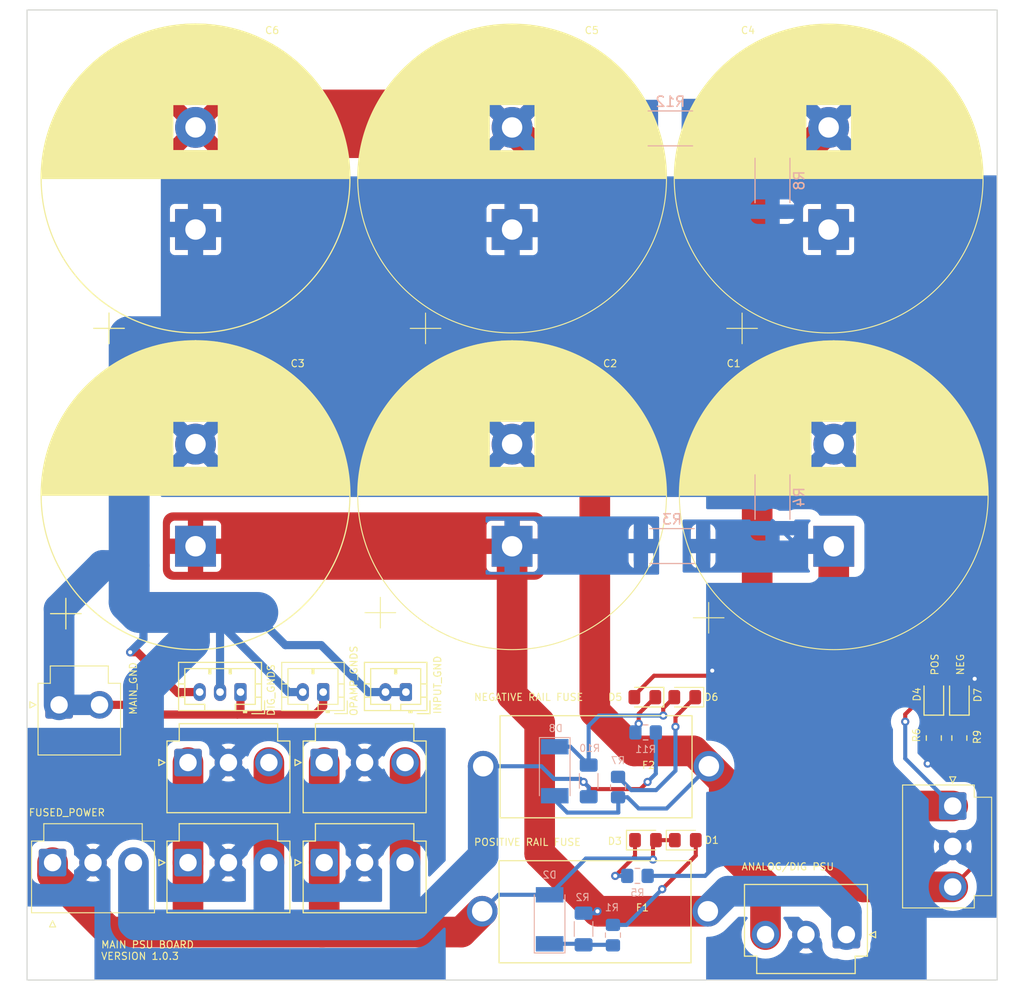
<source format=kicad_pcb>
(kicad_pcb (version 20221018) (generator pcbnew)
  (layers (0 "F.Cu" signal) (31 "B.Cu" signal) (34 "B.Paste" user) (35 "F.Paste" user) (36 "B.SilkS" user "B.Silkscreen") (37 "F.SilkS" user "F.Silkscreen") (38 "B.Mask" user) (39 "F.Mask" user) (44 "Edge.Cuts" user))
  (net 0 "")
  (net 1 "PGND")
  (net 2 "Net-(D1-Pad2)")
  (net 3 "Net-(D2-Pad1)")
  (net 4 "Net-(D3-Pad1)")
  (net 5 "Net-(D4-Pad1)")
  (net 6 "Net-(D5-Pad1)")
  (net 7 "VP1")
  (net 8 "VM1")
  (net 9 "VPOUT")
  (net 10 "VMOUT")
  (net 11 "Net-(D6-Pad2)")
  (net 12 "VPEXT")
  (net 13 "VMEXT")
  (net 14 "Net-(D7-Pad1)")
  (net 15 "Net-(D6-Pad1)")
  (footprint "Capacitor_THT:CP_Radial_D30.0mm_P10.00mm_SnapIn" (layer "F.Cu") (at 181 96.522935 90)
    (fp_text reference "C2" (at 17.900001 9.6 unlocked) (layer "F.SilkS") (effects (font (size 0.7 0.7) (thickness 0.1))))
    (fp_text value "15000U")
    (pad "1" thru_hole rect (at 0 0 90) (size 4 4) (drill 2) (layers "*.Cu" "*.Mask") (net 12 "VPEXT"))
    (pad "2" thru_hole circle (at 10 0 90) (size 4 4) (drill 2) (layers "*.Cu" "*.Mask") (net 1 "PGND"))
  )
  (footprint "MountingHole:MountingHole_3.2mm_M3" (layer "F.Cu") (at 226 46.5)
    (fp_text reference "H4" hide)
    (fp_text value "MountingHole")
    (pad "" np_thru_hole circle (at 0 0) (size 3.2 3.2) (drill 3.2) (layers "*.Cu" "*.Mask"))
  )
  (footprint "LED_SMD:LED_0805_2012Metric_Pad1.15x1.40mm_HandSolder" (layer "F.Cu") (at 222.3 111.2 90)
    (fp_text reference "D4" (at 0.175 -1.65 90 unlocked) (layer "F.SilkS") (effects (font (size 0.7 0.7) (thickness 0.1))))
    (fp_text value "YELLOW")
    (pad "1" smd roundrect (at -1.025 0 90) (size 1.15 1.4) (layers "F.Cu" "F.Paste" "F.Mask") (roundrect_rratio 0.2173913043) (net 5 "Net-(D4-Pad1)"))
    (pad "2" smd roundrect (at 1.025 0 90) (size 1.15 1.4) (layers "F.Cu" "F.Paste" "F.Mask") (roundrect_rratio 0.2173913043) (net 7 "VP1"))
  )
  (footprint "Capacitor_THT:CP_Radial_D30.0mm_P10.00mm_SnapIn" (layer "F.Cu") (at 212.5 96.522934 90)
    (fp_text reference "C1" (at 17.9 -9.8 unlocked) (layer "F.SilkS") (effects (font (size 0.7 0.7) (thickness 0.1))))
    (fp_text value "15000U")
    (pad "1" thru_hole rect (at 0 0 90) (size 4 4) (drill 2) (layers "*.Cu" "*.Mask") (net 7 "VP1"))
    (pad "2" thru_hole circle (at 10 0 90) (size 4 4) (drill 2) (layers "*.Cu" "*.Mask") (net 1 "PGND"))
  )
  (footprint "Connector_JST:JST_VH_B3P-VH_1x03_P3.96mm_Vertical" (layer "F.Cu") (at 162.6 127.5)
    (fp_text reference "J4" hide)
    (fp_text value "Conn_01x03_Male")
    (pad "1" thru_hole roundrect (at 0 0) (size 2.7 2.7) (drill 1.7) (layers "*.Cu" "*.Mask") (roundrect_rratio 0.09259296296) (net 9 "VPOUT"))
    (pad "2" thru_hole circle (at 3.96 0) (size 2.7 2.7) (drill 1.7) (layers "*.Cu" "*.Mask") (net 1 "PGND"))
    (pad "3" thru_hole circle (at 7.92 0) (size 2.7 2.7) (drill 1.7) (layers "*.Cu" "*.Mask") (net 10 "VMOUT"))
  )
  (footprint "MountingHole:MountingHole_3.2mm_M3" (layer "F.Cu") (at 136 136.5)
    (fp_text reference "H2" hide)
    (fp_text value "MountingHole")
    (pad "" np_thru_hole circle (at 0 0) (size 3.2 3.2) (drill 3.2) (layers "*.Cu" "*.Mask"))
  )
  (footprint "Connector_JST:JST_VH_B3P-VH_1x03_P3.96mm_Vertical" (layer "F.Cu") (at 136 127.5)
    (fp_text reference "J2" hide)
    (fp_text value "Conn_01x03_Male")
    (pad "1" thru_hole roundrect (at 0 0) (size 2.7 2.7) (drill 1.7) (layers "*.Cu" "*.Mask") (roundrect_rratio 0.09259296296) (net 9 "VPOUT"))
    (pad "2" thru_hole circle (at 3.96 0) (size 2.7 2.7) (drill 1.7) (layers "*.Cu" "*.Mask") (net 1 "PGND"))
    (pad "3" thru_hole circle (at 7.92 0) (size 2.7 2.7) (drill 1.7) (layers "*.Cu" "*.Mask") (net 10 "VMOUT"))
  )
  (footprint "Connector_JST:JST_VH_B2P-VH-B_1x02_P3.96mm_Vertical" (layer "F.Cu") (at 136.6375 112.05)
    (fp_text reference "J7" hide)
    (fp_text value "Conn_01x02_Male")
    (pad "1" thru_hole roundrect (at 0 0) (size 2.7 2.7) (drill 1.7) (layers "*.Cu" "*.Mask") (roundrect_rratio 0.09259296296) (net 1 "PGND"))
    (pad "2" thru_hole circle (at 3.96 0) (size 2.7 2.7) (drill 1.7) (layers "*.Cu" "*.Mask") (net 1 "PGND"))
  )
  (footprint "Capacitor_THT:CP_Radial_D30.0mm_P10.00mm_SnapIn" (layer "F.Cu") (at 212 65.505 90)
    (fp_text reference "C4" (at 19.505 -7.9 unlocked) (layer "F.SilkS") (effects (font (size 0.7 0.7) (thickness 0.1))))
    (fp_text value "15000U")
    (pad "1" thru_hole rect (at 0 0 90) (size 4 4) (drill 2) (layers "*.Cu" "*.Mask") (net 1 "PGND"))
    (pad "2" thru_hole circle (at 10 0 90) (size 4 4) (drill 2) (layers "*.Cu" "*.Mask") (net 8 "VM1"))
  )
  (footprint "Connector_JST:JST_VH_B3P-VH_1x03_P3.96mm_Vertical" (layer "F.Cu") (at 149.2625 117.7)
    (fp_text reference "J8" hide)
    (fp_text value "Conn_01x03_Male")
    (pad "1" thru_hole roundrect (at 0 0) (size 2.7 2.7) (drill 1.7) (layers "*.Cu" "*.Mask") (roundrect_rratio 0.09259296296) (net 9 "VPOUT"))
    (pad "2" thru_hole circle (at 3.96 0) (size 2.7 2.7) (drill 1.7) (layers "*.Cu" "*.Mask") (net 1 "PGND"))
    (pad "3" thru_hole circle (at 7.92 0) (size 2.7 2.7) (drill 1.7) (layers "*.Cu" "*.Mask") (net 10 "VMOUT"))
  )
  (footprint "LED_SMD:LED_0805_2012Metric_Pad1.15x1.40mm_HandSolder" (layer "F.Cu") (at 197.9625 125.3)
    (fp_text reference "D1" (at 2.6 0 unlocked) (layer "F.SilkS") (effects (font (size 0.7 0.7) (thickness 0.1))))
    (fp_text value "RED")
    (pad "1" smd roundrect (at -1.025 0) (size 1.15 1.4) (layers "F.Cu" "F.Paste" "F.Mask") (roundrect_rratio 0.2173913043) (net 9 "VPOUT"))
    (pad "2" smd roundrect (at 1.025 0) (size 1.15 1.4) (layers "F.Cu" "F.Paste" "F.Mask") (roundrect_rratio 0.2173913043) (net 2 "Net-(D1-Pad2)"))
  )
  (footprint "LED_SMD:LED_0805_2012Metric_Pad1.15x1.40mm_HandSolder" (layer "F.Cu") (at 194.0625 125.3)
    (fp_text reference "D3" (at -3 0.1 unlocked) (layer "F.SilkS") (effects (font (size 0.7 0.7) (thickness 0.1))))
    (fp_text value "YELLOW")
    (pad "1" smd roundrect (at -1.025 0) (size 1.15 1.4) (layers "F.Cu" "F.Paste" "F.Mask") (roundrect_rratio 0.2173913043) (net 4 "Net-(D3-Pad1)"))
    (pad "2" smd roundrect (at 1.025 0) (size 1.15 1.4) (layers "F.Cu" "F.Paste" "F.Mask") (roundrect_rratio 0.2173913043) (net 9 "VPOUT"))
  )
  (footprint "Resistor_SMD:R_0805_2012Metric_Pad1.20x1.40mm_HandSolder" (layer "F.Cu") (at 224.8 115.3 -90)
    (fp_text reference "R9" (at -0.1 -1.75 90 unlocked) (layer "F.SilkS") (effects (font (size 0.7 0.7) (thickness 0.1))))
    (fp_text value "9.1K")
    (pad "1" smd roundrect (at -1 0 270) (size 1.2 1.4) (layers "F.Cu" "F.Paste" "F.Mask") (roundrect_rratio 0.2083333333) (net 14 "Net-(D7-Pad1)"))
    (pad "2" smd roundrect (at 1 0 270) (size 1.2 1.4) (layers "F.Cu" "F.Paste" "F.Mask") (roundrect_rratio 0.2083333333) (net 8 "VM1"))
  )
  (footprint "LED_SMD:LED_0805_2012Metric_Pad1.15x1.40mm_HandSolder" (layer "F.Cu") (at 224.8 111.2 90)
    (fp_text reference "D7" (at 0.1 1.8 90 unlocked) (layer "F.SilkS") (effects (font (size 0.7 0.7) (thickness 0.1))))
    (fp_text value "BLUE")
    (pad "1" smd roundrect (at -1.025 0 90) (size 1.15 1.4) (layers "F.Cu" "F.Paste" "F.Mask") (roundrect_rratio 0.2173913043) (net 14 "Net-(D7-Pad1)"))
    (pad "2" smd roundrect (at 1.025 0 90) (size 1.15 1.4) (layers "F.Cu" "F.Paste" "F.Mask") (roundrect_rratio 0.2173913043) (net 1 "PGND"))
  )
  (footprint "Connector_JST:JST_PH_B3B-PH-K_1x03_P2.00mm_Vertical" (layer "F.Cu") (at 154.4 110.8 180)
    (fp_text reference "J11" hide)
    (fp_text value "Conn_01x03_Male")
    (pad "1" thru_hole roundrect (at 0 0 180) (size 1.2 1.75) (drill 0.75) (layers "*.Cu" "*.Mask") (roundrect_rratio 0.2083333333) (net 1 "PGND"))
    (pad "2" thru_hole oval (at 2 0 180) (size 1.2 1.75) (drill 0.75) (layers "*.Cu" "*.Mask") (net 1 "PGND"))
    (pad "3" thru_hole oval (at 4 0 180) (size 1.2 1.75) (drill 0.75) (layers "*.Cu" "*.Mask") (net 1 "PGND"))
  )
  (footprint "Connector_JST:JST_PH_B2B-PH-K_1x02_P2.00mm_Vertical" (layer "F.Cu") (at 170.6 110.8 180)
    (fp_text reference "J6" hide)
    (fp_text value "Conn_01x02_Male")
    (pad "1" thru_hole roundrect (at 0 0 180) (size 1.2 1.75) (drill 0.75) (layers "*.Cu" "*.Mask") (roundrect_rratio 0.2083333333) (net 1 "PGND"))
    (pad "2" thru_hole oval (at 2 0 180) (size 1.2 1.75) (drill 0.75) (layers "*.Cu" "*.Mask") (net 1 "PGND"))
  )
  (footprint "LED_SMD:LED_0805_2012Metric_Pad1.15x1.40mm_HandSolder" (layer "F.Cu") (at 194 111.3 180)
    (fp_text reference "D5" (at 2.9 0 unlocked) (layer "F.SilkS") (effects (font (size 0.7 0.7) (thickness 0.1))))
    (fp_text value "BLUE")
    (pad "1" smd roundrect (at -1.025 0 180) (size 1.15 1.4) (layers "F.Cu" "F.Paste" "F.Mask") (roundrect_rratio 0.2173913043) (net 6 "Net-(D5-Pad1)"))
    (pad "2" smd roundrect (at 1.025 0 180) (size 1.15 1.4) (layers "F.Cu" "F.Paste" "F.Mask") (roundrect_rratio 0.2173913043) (net 1 "PGND"))
  )
  (footprint "Connector_JST:JST_VH_B3P-VH_1x03_P3.96mm_Vertical" (layer "F.Cu") (at 149.2625 127.5)
    (fp_text reference "J3" hide)
    (fp_text value "Conn_01x03_Male")
    (pad "1" thru_hole roundrect (at 0 0) (size 2.7 2.7) (drill 1.7) (layers "*.Cu" "*.Mask") (roundrect_rratio 0.09259296296) (net 9 "VPOUT"))
    (pad "2" thru_hole circle (at 3.96 0) (size 2.7 2.7) (drill 1.7) (layers "*.Cu" "*.Mask") (net 1 "PGND"))
    (pad "3" thru_hole circle (at 7.92 0) (size 2.7 2.7) (drill 1.7) (layers "*.Cu" "*.Mask") (net 10 "VMOUT"))
  )
  (footprint "Capacitor_THT:CP_Radial_D30.0mm_P10.00mm_SnapIn" (layer "F.Cu") (at 181 65.505 90)
    (fp_text reference "C5" (at 19.505 7.8 unlocked) (layer "F.SilkS") (effects (font (size 0.7 0.7) (thickness 0.1))))
    (fp_text value "15000U")
    (pad "1" thru_hole rect (at 0 0 90) (size 4 4) (drill 2) (layers "*.Cu" "*.Mask") (net 1 "PGND"))
    (pad "2" thru_hole circle (at 10 0 90) (size 4 4) (drill 2) (layers "*.Cu" "*.Mask") (net 13 "VMEXT"))
  )
  (footprint "Connector_JST:JST_VH_B3P-VH_1x03_P3.96mm_Vertical" (layer "F.Cu") (at 224.15 121.9575 -90)
    (fp_text reference "J9" hide)
    (fp_text value "Conn_01x03_Male")
    (pad "1" thru_hole roundrect (at 0 0 270) (size 2.7 2.7) (drill 1.7) (layers "*.Cu" "*.Mask") (roundrect_rratio 0.09259296296) (net 7 "VP1"))
    (pad "2" thru_hole circle (at 3.96 0 270) (size 2.7 2.7) (drill 1.7) (layers "*.Cu" "*.Mask") (net 1 "PGND"))
    (pad "3" thru_hole circle (at 7.92 0 270) (size 2.7 2.7) (drill 1.7) (layers "*.Cu" "*.Mask") (net 8 "VM1"))
  )
  (footprint "LED_SMD:LED_0805_2012Metric_Pad1.15x1.40mm_HandSolder" (layer "F.Cu") (at 197.91 111.3 180)
    (fp_text reference "D6" (at -2.6 0.004169 unlocked) (layer "F.SilkS") (effects (font (size 0.7 0.7) (thickness 0.1))))
    (fp_text value "RED")
    (pad "1" smd roundrect (at -1.025 0 180) (size 1.15 1.4) (layers "F.Cu" "F.Paste" "F.Mask") (roundrect_rratio 0.2173913043) (net 15 "Net-(D6-Pad1)"))
    (pad "2" smd roundrect (at 1.025 0 180) (size 1.15 1.4) (layers "F.Cu" "F.Paste" "F.Mask") (roundrect_rratio 0.2173913043) (net 11 "Net-(D6-Pad2)"))
  )
  (footprint "Connector_JST:JST_VH_B3P-VH_1x03_P3.96mm_Vertical" (layer "F.Cu") (at 213.7375 134.55 180)
    (fp_text reference "J1" hide)
    (fp_text value "Conn_01x03_Male")
    (pad "1" thru_hole roundrect (at 0 0 180) (size 2.7 2.7) (drill 1.7) (layers "*.Cu" "*.Mask") (roundrect_rratio 0.09259296296) (net 12 "VPEXT"))
    (pad "2" thru_hole circle (at 3.96 0 180) (size 2.7 2.7) (drill 1.7) (layers "*.Cu" "*.Mask") (net 1 "PGND"))
    (pad "3" thru_hole circle (at 7.92 0 180) (size 2.7 2.7) (drill 1.7) (layers "*.Cu" "*.Mask") (net 13 "VMEXT"))
  )
  (footprint "Fuse:5x20mm AliExpress 250V 6A" (layer "F.Cu") (at 188.870833 125.7125 180)
    (fp_text reference "F1" (at -4.891667 -6.2 unlocked) (layer "F.SilkS") (effects (font (size 0.7 0.7) (thickness 0.1))))
    (fp_text value "Fuse_Small")
    (pad "1" thru_hole circle (at -11.3 -6.55 180) (size 3 3) (drill 2) (layers "*.Cu" "*.Mask") (net 12 "VPEXT"))
    (pad "2" thru_hole circle (at 10.8 -6.55 180) (size 3 3) (drill 2) (layers "*.Cu" "*.Mask") (net 9 "VPOUT"))
  )
  (footprint "Connector_JST:JST_VH_B3P-VH_1x03_P3.96mm_Vertical" (layer "F.Cu") (at 162.6 117.7)
    (fp_text reference "J10" hide)
    (fp_text value "Conn_01x03_Male")
    (pad "1" thru_hole roundrect (at 0 0) (size 2.7 2.7) (drill 1.7) (layers "*.Cu" "*.Mask") (roundrect_rratio 0.09259296296) (net 9 "VPOUT"))
    (pad "2" thru_hole circle (at 3.96 0) (size 2.7 2.7) (drill 1.7) (layers "*.Cu" "*.Mask") (net 1 "PGND"))
    (pad "3" thru_hole circle (at 7.92 0) (size 2.7 2.7) (drill 1.7) (layers "*.Cu" "*.Mask") (net 10 "VMOUT"))
  )
  (footprint "Connector_JST:JST_PH_B2B-PH-K_1x02_P2.00mm_Vertical" (layer "F.Cu") (at 162.5 110.8 180)
    (fp_text reference "J5" hide)
    (fp_text value "Conn_01x02_Male")
    (pad "1" thru_hole roundrect (at 0 0 180) (size 1.2 1.75) (drill 0.75) (layers "*.Cu" "*.Mask") (roundrect_rratio 0.2083333333) (net 1 "PGND"))
    (pad "2" thru_hole oval (at 2 0 180) (size 1.2 1.75) (drill 0.75) (layers "*.Cu" "*.Mask") (net 1 "PGND"))
  )
  (footprint "MountingHole:MountingHole_3mm" (layer "F.Cu") (at 226 136.5)
    (fp_text reference "H1" hide)
    (fp_text value "MountingHole")
    (pad "" np_thru_hole circle (at 0 0) (size 3 3) (drill 3) (layers "*.Cu" "*.Mask"))
  )
  (footprint "Capacitor_THT:CP_Radial_D30.0mm_P10.00mm_SnapIn" (layer "F.Cu") (at 150 65.5 90)
    (fp_text reference "C6" (at 19.5 7.5 unlocked) (layer "F.SilkS") (effects (font (size 0.7 0.7) (thickness 0.1))))
    (fp_text value "15000U")
    (pad "1" thru_hole rect (at 0 0 90) (size 4 4) (drill 2) (layers "*.Cu" "*.Mask") (net 1 "PGND"))
    (pad "2" thru_hole circle (at 10 0 90) (size 4 4) (drill 2) (layers "*.Cu" "*.Mask") (net 13 "VMEXT"))
  )
  (footprint "Capacitor_THT:CP_Radial_D30.0mm_P10.00mm_SnapIn" (layer "F.Cu") (at 150 96.517934 90)
    (fp_text reference "C3" (at 17.895 10 unlocked) (layer "F.SilkS") (effects (font (size 0.7 0.7) (thickness 0.1))))
    (fp_text value "15000U")
    (pad "1" thru_hole rect (at 0 0 90) (size 4 4) (drill 2) (layers "*.Cu" "*.Mask") (net 12 "VPEXT"))
    (pad "2" thru_hole circle (at 10 0 90) (size 4 4) (drill 2) (layers "*.Cu" "*.Mask") (net 1 "PGND"))
  )
  (footprint "Fuse:5x20mm AliExpress 250V 6A" (layer "F.Cu") (at 188.970833 111.5125 180)
    (fp_text reference "F2" (at -5.391667 -6.45 unlocked) (layer "F.SilkS") (effects (font (size 0.7 0.7) (thickness 0.1))))
    (fp_text value "Fuse_Small")
    (pad "1" thru_hole circle (at -11.3 -6.55 180) (size 3 3) (drill 2) (layers "*.Cu" "*.Mask") (net 13 "VMEXT"))
    (pad "2" thru_hole circle (at 10.8 -6.55 180) (size 3 3) (drill 2) (layers "*.Cu" "*.Mask") (net 10 "VMOUT"))
  )
  (footprint "Resistor_SMD:R_0805_2012Metric_Pad1.20x1.40mm_HandSolder" (layer "F.Cu") (at 222.3 115.3 -90)
    (fp_text reference "R6" (at -0.275 1.7 90 unlocked) (layer "F.SilkS") (effects (font (size 0.7 0.7) (thickness 0.1))))
    (fp_text value "9.1K")
    (pad "1" smd roundrect (at -1 0 270) (size 1.2 1.4) (layers "F.Cu" "F.Paste" "F.Mask") (roundrect_rratio 0.2083333333) (net 5 "Net-(D4-Pad1)"))
    (pad "2" smd roundrect (at 1 0 270) (size 1.2 1.4) (layers "F.Cu" "F.Paste" "F.Mask") (roundrect_rratio 0.2083333333) (net 1 "PGND"))
  )
  (footprint "MountingHole:MountingHole_3mm" (layer "F.Cu") (at 136 46.5)
    (fp_text reference "H3" hide)
    (fp_text value "MountingHole")
    (pad "" np_thru_hole circle (at 0 0) (size 3 3) (drill 3) (layers "*.Cu" "*.Mask"))
  )
  (footprint "Diode_SMD:D_MELF" (layer "B.Cu") (at 185.175 118.55 -90)
    (fp_text reference "D8" (at -4.2 -0.1 unlocked) (layer "B.SilkS") (effects (font (size 0.7 0.7) (thickness 0.1)) (justify mirror)))
    (fp_text value "5V")
    (pad "1" smd rect (at -2.4 0 270) (size 1.5 2.7) (layers "B.Cu" "B.Paste" "B.Mask") (net 11 "Net-(D6-Pad2)"))
    (pad "2" smd rect (at 2.4 0 270) (size 1.5 2.7) (layers "B.Cu" "B.Paste" "B.Mask") (net 13 "VMEXT"))
  )
  (footprint "Resistor_SMD:R_1206_3216Metric_Pad1.30x1.75mm_HandSolder" (layer "B.Cu") (at 188.5 119.5 90)
    (fp_text reference "R10" (at 3.2 0.1 unlocked) (layer "B.SilkS") (effects (font (size 0.7 0.7) (thickness 0.1)) (justify mirror)))
    (fp_text value "3.5K")
    (pad "1" smd roundrect (at -1.55 0 90) (size 1.3 1.75) (layers "B.Cu" "B.Paste" "B.Mask") (roundrect_rratio 0.1923076923) (net 10 "VMOUT"))
    (pad "2" smd roundrect (at 1.55 0 90) (size 1.3 1.75) (layers "B.Cu" "B.Paste" "B.Mask") (roundrect_rratio 0.1923076923) (net 11 "Net-(D6-Pad2)"))
  )
  (footprint "Resistor_SMD:R_2512_6332Metric_Pad1.40x3.35mm_HandSolder" (layer "B.Cu") (at 196.5 55.6 180)
    (fp_text reference "R12" (at 0 2.62) (layer "B.SilkS") (effects (justify mirror)))
    (fp_text value "0.050")
    (pad "1" smd roundrect (at -3.05 0 180) (size 1.4 3.35) (layers "B.Cu" "B.Paste" "B.Mask") (roundrect_rratio 0.1785707143) (net 8 "VM1"))
    (pad "2" smd roundrect (at 3.05 0 180) (size 1.4 3.35) (layers "B.Cu" "B.Paste" "B.Mask") (roundrect_rratio 0.1785707143) (net 13 "VMEXT"))
  )
  (footprint "Resistor_SMD:R_1206_3216Metric_Pad1.30x1.75mm_HandSolder" (layer "B.Cu") (at 188 134 -90)
    (fp_text reference "R2" (at -3.1 0.1 unlocked) (layer "B.SilkS") (effects (font (size 0.7 0.7) (thickness 0.1)) (justify mirror)))
    (fp_text value "3.5K")
    (pad "1" smd roundrect (at -1.55 0 270) (size 1.3 1.75) (layers "B.Cu" "B.Paste" "B.Mask") (roundrect_rratio 0.1923076923) (net 12 "VPEXT"))
    (pad "2" smd roundrect (at 1.55 0 270) (size 1.3 1.75) (layers "B.Cu" "B.Paste" "B.Mask") (roundrect_rratio 0.1923076923) (net 3 "Net-(D2-Pad1)"))
  )
  (footprint "Resistor_SMD:R_0805_2012Metric_Pad1.20x1.40mm_HandSolder" (layer "B.Cu") (at 194.075 114.75)
    (fp_text reference "R11" (at 0 1.65 unlocked) (layer "B.SilkS") (effects (font (size 0.7 0.7) (thickness 0.1)) (justify mirror)))
    (fp_text value "9.1K")
    (pad "1" smd roundrect (at -1 0) (size 1.2 1.4) (layers "B.Cu" "B.Paste" "B.Mask") (roundrect_rratio 0.2083333333) (net 6 "Net-(D5-Pad1)"))
    (pad "2" smd roundrect (at 1 0) (size 1.2 1.4) (layers "B.Cu" "B.Paste" "B.Mask") (roundrect_rratio 0.2083333333) (net 10 "VMOUT"))
  )
  (footprint "Resistor_SMD:R_2512_6332Metric_Pad1.40x3.35mm_HandSolder" (layer "B.Cu") (at 206.5 91.7 90)
    (fp_text reference "R4" (at 0 2.62 270) (layer "B.SilkS") (effects (justify mirror)))
    (fp_text value "1.2K")
    (pad "1" smd roundrect (at -3.05 0 90) (size 1.4 3.35) (layers "B.Cu" "B.Paste" "B.Mask") (roundrect_rratio 0.1785707143) (net 7 "VP1"))
    (pad "2" smd roundrect (at 3.05 0 90) (size 1.4 3.35) (layers "B.Cu" "B.Paste" "B.Mask") (roundrect_rratio 0.1785707143) (net 1 "PGND"))
  )
  (footprint "Resistor_SMD:R_0805_2012Metric_Pad1.20x1.40mm_HandSolder" (layer "B.Cu") (at 191.375 120.1 90)
    (fp_text reference "R7" (at 2.6 0 unlocked) (layer "B.SilkS") (effects (font (size 0.7 0.7) (thickness 0.1)) (justify mirror)))
    (fp_text value "560R")
    (pad "1" smd roundrect (at -1 0 90) (size 1.2 1.4) (layers "B.Cu" "B.Paste" "B.Mask") (roundrect_rratio 0.2083333333) (net 13 "VMEXT"))
    (pad "2" smd roundrect (at 1 0 90) (size 1.2 1.4) (layers "B.Cu" "B.Paste" "B.Mask") (roundrect_rratio 0.2083333333) (net 15 "Net-(D6-Pad1)"))
  )
  (footprint "Diode_SMD:D_MELF" (layer "B.Cu") (at 184.675 133.05 90)
    (fp_text reference "D2" (at 4.35 0 unlocked) (layer "B.SilkS") (effects (font (size 0.7 0.7) (thickness 0.1)) (justify mirror)))
    (fp_text value "5V")
    (pad "1" smd rect (at -2.4 0 90) (size 1.5 2.7) (layers "B.Cu" "B.Paste" "B.Mask") (net 3 "Net-(D2-Pad1)"))
    (pad "2" smd rect (at 2.4 0 90) (size 1.5 2.7) (layers "B.Cu" "B.Paste" "B.Mask") (net 9 "VPOUT"))
  )
  (footprint "Resistor_SMD:R_2512_6332Metric_Pad1.40x3.35mm_HandSolder" (layer "B.Cu") (at 206.5 60.7 90)
    (fp_text reference "R8" (at 0 2.62 270) (layer "B.SilkS") (effects (justify mirror)))
    (fp_text value "1.2K")
    (pad "1" smd roundrect (at -3.05 0 90) (size 1.4 3.35) (layers "B.Cu" "B.Paste" "B.Mask") (roundrect_rratio 0.1785707143) (net 1 "PGND"))
    (pad "2" smd roundrect (at 3.05 0 90) (size 1.4 3.35) (layers "B.Cu" "B.Paste" "B.Mask") (roundrect_rratio 0.1785707143) (net 8 "VM1"))
  )
  (footprint "Resistor_SMD:R_2512_6332Metric_Pad1.40x3.35mm_HandSolder" (layer "B.Cu") (at 196.6625 96.5 180)
    (fp_text reference "R3" (at 0 2.62) (layer "B.SilkS") (effects (justify mirror)))
    (fp_text value "0.050")
    (pad "1" smd roundrect (at -3.05 0 180) (size 1.4 3.35) (layers "B.Cu" "B.Paste" "B.Mask") (roundrect_rratio 0.1785707143) (net 7 "VP1"))
    (pad "2" smd roundrect (at 3.05 0 180) (size 1.4 3.35) (layers "B.Cu" "B.Paste" "B.Mask") (roundrect_rratio 0.1785707143) (net 12 "VPEXT"))
  )
  (footprint "Resistor_SMD:R_0805_2012Metric_Pad1.20x1.40mm_HandSolder" (layer "B.Cu") (at 190.875 134.6 90)
    (fp_text reference "R1" (at 2.7 -0.1 unlocked) (layer "B.SilkS") (effects (font (size 0.7 0.7) (thickness 0.1)) (justify mirror)))
    (fp_text value "560R")
    (pad "1" smd roundrect (at -1 0 90) (size 1.2 1.4) (layers "B.Cu" "B.Paste" "B.Mask") (roundrect_rratio 0.2083333333) (net 3 "Net-(D2-Pad1)"))
    (pad "2" smd roundrect (at 1 0 90) (size 1.2 1.4) (layers "B.Cu" "B.Paste" "B.Mask") (roundrect_rratio 0.2083333333) (net 2 "Net-(D1-Pad2)"))
  )
  (footprint "Resistor_SMD:R_0805_2012Metric_Pad1.20x1.40mm_HandSolder" (layer "B.Cu") (at 193.275 128.8)
    (fp_text reference "R5" (at 0 1.65 unlocked) (layer "B.SilkS") (effects (font (size 0.7 0.7) (thickness 0.1)) (justify mirror)))
    (fp_text value "9.1K")
    (pad "1" smd roundrect (at -1 0) (size 1.2 1.4) (layers "B.Cu" "B.Paste" "B.Mask") (roundrect_rratio 0.2083333333) (net 4 "Net-(D3-Pad1)"))
    (pad "2" smd roundrect (at 1 0) (size 1.2 1.4) (layers "B.Cu" "B.Paste" "B.Mask") (roundrect_rratio 0.2083333333) (net 1 "PGND"))
  )
  (gr_line (start 228.5 44) (end 133.5 44) (stroke (width 0.1)) (layer "Edge.Cuts"))
  (gr_line (start 228.5 139) (end 228.5 44) (stroke (width 0.1)) (layer "Edge.Cuts"))
  (gr_line (start 133.5 44) (end 133.5 139) (stroke (width 0.1)) (layer "Edge.Cuts"))
  (gr_line (start 133.5 139) (end 228.5 139) (stroke (width 0.1)) (layer "Edge.Cuts"))
  (gr_text "FUSED_POWER" (at 137.4 122.6) (layer "F.SilkS") (effects (font (size 0.7 0.7) (thickness 0.1))))
  (gr_text "ANALOG/DIG PSU" (at 208 127.9) (layer "F.SilkS") (effects (font (size 0.7 0.7) (thickness 0.1))))
  (gr_text "MAIN PSU BOARD\nVERSION 1.0.3" (at 140.7 136.1) (layer "F.SilkS") (effects (font (size 0.7 0.7) (thickness 0.1)) (justify left)))
  (gr_text "POSITIVE RAIL FUSE" (at 182.5 125.5) (layer "F.SilkS") (effects (font (size 0.7 0.7) (thickness 0.1))))
  (gr_text "MAIN_GND" (at 143.9 110.441667 90) (layer "F.SilkS") (effects (font (size 0.7 0.7) (thickness 0.1))))
  (gr_text "NEGATIVE RAIL FUSE" (at 182.616667 111.3) (layer "F.SilkS") (effects (font (size 0.7 0.7) (thickness 0.1))))
  (gr_text "POS" (at 222.4 108.1 90) (layer "F.SilkS") (effects (font (size 0.7 0.7) (thickness 0.1))))
  (gr_text "OPAMP_GNDS" (at 165.5 109.7 90) (layer "F.SilkS") (effects (font (size 0.7 0.7) (thickness 0.1))))
  (gr_text "DIG_GNDS" (at 157.4 110.6 90) (layer "F.SilkS") (effects (font (size 0.7 0.7) (thickness 0.1))))
  (gr_text "NEG\n" (at 224.9 108.1 90) (layer "F.SilkS") (effects (font (size 0.7 0.7) (thickness 0.1))))
  (gr_text "INPUT_GND" (at 173.7 110.1 90) (layer "F.SilkS") (effects (font (size 0.7 0.7) (thickness 0.1))))
  (segment (start 148.3 110.9) (end 148.4 110.8) (width 0.8) (layer "F.Cu") (net 1))
  (segment (start 194.9 109.2) (end 200.1 109.2) (width 0.4) (layer "F.Cu") (net 1))
  (segment (start 143.65 112.05) (end 140.5975 112.05) (width 0.8) (layer "F.Cu") (net 1))
  (segment (start 222.3 117.2) (end 221.7 117.8) (width 0.4) (layer "F.Cu") (net 1))
  (segment (start 154.4 112.7) (end 154.4 110.8) (width 0.8) (layer "F.Cu") (net 1))
  (segment (start 144.6 113) (end 143.65 112.05) (width 0.8) (layer "F.Cu") (net 1))
  (segment (start 200.1 109.2) (end 200.6 108.7) (width 0.4) (layer "F.Cu") (net 1))
  (segment (start 224.8 110.175) (end 225.625 110.175) (width 0.4) (layer "F.Cu") (net 1))
  (segment (start 154.1 113) (end 161.7 113) (width 0.8) (layer "F.Cu") (net 1))
  (segment (start 161.7 113) (end 162.5 112.2) (width 0.8) (layer "F.Cu") (net 1))
  (segment (start 225.625 110.175) (end 226.3 109.5) (width 0.4) (layer "F.Cu") (net 1))
  (segment (start 154.1 113) (end 154.4 112.7) (width 0.8) (layer "F.Cu") (net 1))
  (segment (start 193.1 111) (end 194.9 109.2) (width 0.4) (layer "F.Cu") (net 1))
  (segment (start 143.6 106.9) (end 144.3 106.9) (width 0.8) (layer "F.Cu") (net 1))
  (segment (start 144.3 106.9) (end 148.3 110.9) (width 0.8) (layer "F.Cu") (net 1))
  (segment (start 222.3 116.3) (end 222.3 117.2) (width 0.4) (layer "F.Cu") (net 1))
  (segment (start 154.1 113) (end 144.6 113) (width 0.8) (layer "F.Cu") (net 1))
  (segment (start 148.4 110.8) (end 150.4 110.8) (width 0.8) (layer "F.Cu") (net 1))
  (segment (start 162.5 112.2) (end 162.5 110.8) (width 0.8) (layer "F.Cu") (net 1))
  (via (at 200.6 108.7) (size 0.8) (drill 0.4) (layers "F.Cu" "B.Cu") (net 1))
  (via (at 221.7 117.8) (size 0.8) (drill 0.4) (layers "F.Cu" "B.Cu") (net 1))
  (via (at 143.6 106.9) (size 0.8) (drill 0.4) (layers "F.Cu" "B.Cu") (net 1))
  (via (at 226.3 109.5) (size 0.8) (drill 0.4) (layers "F.Cu" "B.Cu") (net 1))
  (segment (start 151.3 103) (end 155.1 103) (width 4) (layer "B.Cu") (net 1))
  (segment (start 149.4 103) (end 149.4 105.8) (width 4) (layer "B.Cu") (net 1))
  (segment (start 143.5 102) (end 144 102.5) (width 4) (layer "B.Cu") (net 1))
  (segment (start 148.4 76) (end 143.5 76) (width 4) (layer "B.Cu") (net 1))
  (segment (start 144.9 110.3) (end 144.9 115.4) (width 4) (layer "B.Cu") (net 1))
  (segment (start 136.6375 102.6625) (end 140.9 98.4) (width 3) (layer "B.Cu") (net 1))
  (segment (start 156.1 103.5) (end 156.1 103) (width 0.8) (layer "B.Cu") (net 1))
  (segment (start 136.6375 112.05) (end 136.6375 102.6625) (width 3) (layer "B.Cu") (net 1))
  (segment (start 140.5975 112.05) (end 136.6375 112.05) (width 2) (layer "B.Cu") (net 1))
  (segment (start 152.4 110.8) (end 152.4 104.1) (width 0.8) (layer "B.Cu") (net 1))
  (segment (start 160.5 110.8) (end 159.1 110.8) (width 0.8) (layer "B.Cu") (net 1))
  (segment (start 152.4 104.1) (end 151.3 103) (width 0.8) (layer "B.Cu") (net 1))
  (segment (start 149.4 103) (end 151.3 103) (width 4) (layer "B.Cu") (net 1))
  (segment (start 194.275 128.8) (end 199.9 128.8) (width 0.4) (layer "B.Cu") (net 1))
  (segment (start 199.9 128.8) (end 200.8 127.9) (width 0.4) (layer "B.Cu") (net 1))
  (segment (start 144.9 105.6) (end 143.6 106.9) (width 0.8) (layer "B.Cu") (net 1))
  (segment (start 144.5 103) (end 149.4 103) (width 4) (layer "B.Cu") (net 1))
  (segment (start 166.9 110.8) (end 168.6 110.8) (width 0.8) (layer "B.Cu") (net 1))
  (segment (start 159.1 110.8) (end 151.3 103) (width 0.8) (layer "B.Cu") (net 1))
  (segment (start 143.5 98.4) (end 143.5 102) (width 4) (layer "B.Cu") (net 1))
  (segment (start 149.4 105.8) (end 144.9 110.3) (width 4) (layer "B.Cu") (net 1))
  (segment (start 170.6 110.8) (end 168.6 110.8) (width 0.8) (layer "B.Cu") (net 1))
  (segment (start 158.8 106.2) (end 156.1 103.5) (width 0.8) (layer "B.Cu") (net 1))
  (segment (start 162.3 106.2) (end 158.8 106.2) (width 0.8) (layer "B.Cu") (net 1))
  (segment (start 162.3 106.2) (end 166.9 110.8) (width 0.8) (layer "B.Cu") (net 1))
  (segment (start 143.5 76) (end 143.5 98.4) (width 4) (layer "B.Cu") (net 1))
  (segment (start 140.9 98.4) (end 143.5 98.4) (width 3) (layer "B.Cu") (net 1))
  (segment (start 144 102.5) (end 144.5 103) (width 4) (layer "B.Cu") (net 1))
  (segment (start 155.1 103) (end 156.1 103) (width 4) (layer "B.Cu") (net 1))
  (segment (start 144.9 103.4) (end 144.9 105.6) (width 0.8) (layer "B.Cu") (net 1))
  (segment (start 144.5 103) (end 144.9 103.4) (width 0.8) (layer "B.Cu") (net 1))
  (segment (start 198.9875 125.3) (end 198.9875 126.8125) (width 0.4) (layer "F.Cu") (net 2))
  (segment (start 198.9875 126.8125) (end 195.7 130.1) (width 0.4) (layer "F.Cu") (net 2))
  (via (at 195.7 130.1) (size 0.8) (drill 0.4) (layers "F.Cu" "B.Cu") (net 2))
  (segment (start 192.2 133.6) (end 190.875 133.6) (width 0.4) (layer "B.Cu") (net 2))
  (segment (start 195.7 130.1) (end 192.2 133.6) (width 0.4) (layer "B.Cu") (net 2))
  (segment (start 188 135.55) (end 190.825 135.55) (width 0.4) (layer "B.Cu") (net 3))
  (segment (start 184.675 135.45) (end 187.9 135.45) (width 0.4) (layer "B.Cu") (net 3))
  (segment (start 193.0375 126.8625) (end 191.1 128.8) (width 0.4) (layer "F.Cu") (net 4))
  (segment (start 193.0375 125.3) (end 193.0375 126.8625) (width 0.4) (layer "F.Cu") (net 4))
  (via (at 191.1 128.8) (size 0.8) (drill 0.4) (layers "F.Cu" "B.Cu") (net 4))
  (segment (start 191.1 128.8) (end 192.275 128.8) (width 0.4) (layer "B.Cu") (net 4))
  (segment (start 222.3 112.225) (end 222.3 114.3) (width 0.4) (layer "F.Cu") (net 5))
  (segment (start 193.398696 113.8995) (end 193.398696 112.926304) (width 0.4) (layer "F.Cu") (net 6))
  (segment (start 193.398696 112.926304) (end 195.0425 111.2825) (width 0.4) (layer "F.Cu") (net 6))
  (via (at 193.398696 113.8995) (size 0.8) (drill 0.4) (layers "F.Cu" "B.Cu") (net 6))
  (segment (start 193.398696 114.426304) (end 193.398696 113.8995) (width 0.4) (layer "B.Cu") (net 6))
  (segment (start 224.15 121.9575) (end 217.4575 121.9575) (width 3) (layer "F.Cu") (net 7))
  (segment (start 217.4575 121.9575) (end 212.5 117) (width 3) (layer "F.Cu") (net 7))
  (segment (start 219.5 112.975) (end 219.5 113.7) (width 0.4) (layer "F.Cu") (net 7))
  (segment (start 222.3 110.175) (end 219.5 112.975) (width 0.4) (layer "F.Cu") (net 7))
  (segment (start 212.5 117) (end 212.5 96.522934) (width 3) (layer "F.Cu") (net 7))
  (via (at 219.5 113.7) (size 0.8) (drill 0.4) (layers "F.Cu" "B.Cu") (net 7))
  (segment (start 208.972934 96.522934) (end 211.022934 96.522934) (width 0.4) (layer "B.Cu") (net 7))
  (segment (start 219.5 113.7) (end 219.5 117.3075) (width 0.4) (layer "B.Cu") (net 7))
  (segment (start 219.5 117.3075) (end 224.15 121.9575) (width 0.4) (layer "B.Cu") (net 7))
  (segment (start 206.5 94.05) (end 208.972934 96.522934) (width 0.4) (layer "B.Cu") (net 7))
  (segment (start 205 62.505) (end 205 114.1) (width 3) (layer "F.Cu") (net 8))
  (segment (start 205 114.1) (end 208 117.1) (width 3) (layer "F.Cu") (net 8))
  (segment (start 212 55.505) (end 205 62.505) (width 3) (layer "F.Cu") (net 8))
  (segment (start 227.3 126.7275) (end 224.15 129.8775) (width 0.4) (layer "F.Cu") (net 8))
  (segment (start 224.8 116.3) (end 227.3 118.8) (width 0.4) (layer "F.Cu") (net 8))
  (segment (start 208 122.5) (end 215.3775 129.8775) (width 3) (layer "F.Cu") (net 8))
  (segment (start 215.3775 129.8775) (end 224.15 129.8775) (width 3) (layer "F.Cu") (net 8))
  (segment (start 227.3 118.8) (end 227.3 126.7275) (width 0.4) (layer "F.Cu") (net 8))
  (segment (start 208 117.1) (end 208 122.5) (width 3) (layer "F.Cu") (net 8))
  (segment (start 209.855 57.65) (end 212 55.505) (width 0.4) (layer "B.Cu") (net 8))
  (segment (start 206.5 57.65) (end 209.855 57.65) (width 0.4) (layer "B.Cu") (net 8))
  (segment (start 136 127.5) (end 136 128.7) (width 3) (layer "F.Cu") (net 9))
  (segment (start 149.2625 127.5) (end 149.2625 134.0625) (width 3) (layer "F.Cu") (net 9))
  (segment (start 162.6 117.7) (end 162.6 127.5) (width 3) (layer "F.Cu") (net 9))
  (segment (start 149.5 134.3) (end 162.4 134.3) (width 3) (layer "F.Cu") (net 9))
  (segment (start 149.2625 117.7) (end 149.2625 127.5) (width 3) (layer "F.Cu") (net 9))
  (segment (start 176.033333 134.3) (end 178.070833 132.2625) (width 3) (layer "F.Cu") (net 9))
  (segment (start 141.6 134.3) (end 149.5 134.3) (width 3) (layer "F.Cu") (net 9))
  (segment (start 162.6 127.5) (end 162.6 134.1) (width 3) (layer "F.Cu") (net 9))
  (segment (start 136 128.7) (end 141.6 134.3) (width 3) (layer "F.Cu") (net 9))
  (segment (start 162.4 134.3) (end 176.033333 134.3) (width 3) (layer "F.Cu") (net 9))
  (segment (start 149.2625 134.0625) (end 149.5 134.3) (width 3) (layer "F.Cu") (net 9))
  (segment (start 194.8 127.2) (end 194.8 125.5875) (width 0.4) (layer "F.Cu") (net 9))
  (segment (start 162.6 134.1) (end 162.4 134.3) (width 3) (layer "F.Cu") (net 9))
  (segment (start 195.0875 125.3) (end 196.9375 125.3) (width 0.4) (layer "F.Cu") (net 9))
  (via (at 194.8 127.2) (size 0.8) (drill 0.4) (layers "F.Cu" "B.Cu") (net 9))
  (segment (start 184.675 130.65) (end 179.683333 130.65) (width 0.4) (layer "B.Cu") (net 9))
  (segment (start 194.7 127.1) (end 194.8 127.2) (width 0.4) (layer "B.Cu") (net 9))
  (segment (start 179.683333 130.65) (end 178.070833 132.2625) (width 0.4) (layer "B.Cu") (net 9))
  (segment (start 188.225 127.1) (end 194.7 127.1) (width 0.4) (layer "B.Cu") (net 9))
  (segment (start 184.675 130.65) (end 188.225 127.1) (width 0.4) (layer "B.Cu") (net 9))
  (segment (start 188.7 120.3) (end 193.565832 120.3) (width 0.4) (layer "F.Cu") (net 10))
  (segment (start 157.1825 117.7) (end 157.1825 127.5) (width 3) (layer "F.Cu") (net 10))
  (segment (start 188 119.6) (end 188.7 120.3) (width 0.4) (layer "F.Cu") (net 10))
  (segment (start 193.565832 120.3) (end 194.265332 119.6005) (width 0.4) (layer "F.Cu") (net 10))
  (segment (start 170.52 117.7) (end 170.52 127.5) (width 3) (layer "F.Cu") (net 10))
  (via (at 188 119.6) (size 0.8) (drill 0.4) (layers "F.Cu" "B.Cu") (net 10))
  (via (at 194.265332 119.6005) (size 0.8) (drill 0.4) (layers "F.Cu" "B.Cu") (net 10))
  (segment (start 183.8625 118.0625) (end 178.170833 118.0625) (width 0.4) (layer "B.Cu") (net 10))
  (segment (start 171.4 133.6) (end 170.1 133.6) (width 3) (layer "B.Cu") (net 10))
  (segment (start 185.1 119.3) (end 183.8625 118.0625) (width 0.4) (layer "B.Cu") (net 10))
  (segment (start 195.075 118.790832) (end 194.265332 119.6005) (width 0.4) (layer "B.Cu") (net 10))
  (segment (start 157.1825 127.5) (end 157.1825 132.7175) (width 3) (layer "B.Cu") (net 10))
  (segment (start 188.5 121.05) (end 188.5 120.1) (width 0.4) (layer "B.Cu") (net 10))
  (segment (start 157.1825 132.7175) (end 156.3 133.6) (width 3) (layer "B.Cu") (net 10))
  (segment (start 188 119.6) (end 187.7 119.3) (width 0.4) (layer "B.Cu") (net 10))
  (segment (start 170.52 133.18) (end 170.52 127.5) (width 3) (layer "B.Cu") (net 10))
  (segment (start 178.170833 118.0625) (end 178.170833 126.829167) (width 3) (layer "B.Cu") (net 10))
  (segment (start 156.3 133.6) (end 170.1 133.6) (width 3) (layer "B.Cu") (net 10))
  (segment (start 187.7 119.3) (end 185.1 119.3) (width 0.4) (layer "B.Cu") (net 10))
  (segment (start 188.5 120.1) (end 188 119.6) (width 0.4) (layer "B.Cu") (net 10))
  (segment (start 143.92 133.42) (end 144.1 133.6) (width 3) (layer "B.Cu") (net 10))
  (segment (start 144.1 133.6) (end 156.3 133.6) (width 3) (layer "B.Cu") (net 10))
  (segment (start 178.170833 126.829167) (end 171.4 133.6) (width 3) (layer "B.Cu") (net 10))
  (segment (start 195.075 114.75) (end 195.075 118.790832) (width 0.4) (layer "B.Cu") (net 10))
  (segment (start 170.1 133.6) (end 170.52 133.18) (width 3) (layer "B.Cu") (net 10))
  (segment (start 143.92 127.5) (end 143.92 133.42) (width 3) (layer "B.Cu") (net 10))
  (segment (start 195.8 112.385) (end 196.9025 111.2825) (width 0.4) (layer "F.Cu") (net 11))
  (segment (start 195.8 113.1) (end 195.8 112.385) (width 0.4) (layer "F.Cu") (net 11))
  (via (at 195.8 113.1) (size 0.8) (drill 0.4) (layers "F.Cu" "B.Cu") (net 11))
  (segment (start 185.175 116.15) (end 186.7 116.15) (width 0.4) (layer "B.Cu") (net 11))
  (segment (start 189.5 113.1) (end 188.5 114.1) (width 0.4) (layer "B.Cu") (net 11))
  (segment (start 195.8 113.1) (end 189.5 113.1) (width 0.4) (layer "B.Cu") (net 11))
  (segment (start 188.5 114.1) (end 188.5 117.95) (width 0.4) (layer "B.Cu") (net 11))
  (segment (start 186.7 116.15) (end 188.5 117.95) (width 0.4) (layer "B.Cu") (net 11))
  (segment (start 181 111.1) (end 181 96.522935) (width 3) (layer "F.Cu") (net 12))
  (segment (start 183.7 126.6) (end 183.7 113.8) (width 3) (layer "F.Cu") (net 12))
  (segment (start 189.3625 132.2625) (end 183.7 126.6) (width 3) (layer "F.Cu") (net 12))
  (segment (start 183.7 113.8) (end 181 111.1) (width 3) (layer "F.Cu") (net 12))
  (segment (start 200.170833 132.2625) (end 189.3625 132.2625) (width 3) (layer "F.Cu") (net 12))
  (via (at 189.3625 132.2625) (size 0.8) (drill 0.4) (layers "F.Cu" "B.Cu") (net 12))
  (segment (start 188 132.45) (end 189.175 132.45) (width 0.4) (layer "B.Cu") (net 12))
  (segment (start 189.175 132.45) (end 189.3625 132.2625) (width 0.4) (layer "B.Cu") (net 12))
  (segment (start 213.7375 132.3375) (end 211.7 130.3) (width 3) (layer "B.Cu") (net 12))
  (segment (start 213.7375 134.55) (end 213.7375 132.3375) (width 3) (layer "B.Cu") (net 12))
  (segment (start 211.7 130.3) (end 202.133333 130.3) (width 3) (layer "B.Cu") (net 12))
  (segment (start 202.133333 130.3) (end 200.170833 132.2625) (width 3) (layer "B.Cu") (net 12))
  (segment (start 198.770833 116.5625) (end 200.270833 118.0625) (width 3) (layer "F.Cu") (net 13))
  (segment (start 200.270833 118.0625) (end 201.770833 119.5625) (width 3) (layer "F.Cu") (net 13))
  (segment (start 205.8175 129.8175) (end 205.8175 134.55) (width 3) (layer "F.Cu") (net 13))
  (segment (start 189.1 63.605) (end 189.1 112.7) (width 3) (layer "F.Cu") (net 13))
  (segment (start 192.9625 116.5625) (end 198.770833 116.5625) (width 3) (layer "F.Cu") (net 13))
  (segment (start 201.770833 125.770833) (end 205.8175 129.8175) (width 3) (layer "F.Cu") (net 13))
  (segment (start 201.770833 119.5625) (end 201.770833 125.770833) (width 3) (layer "F.Cu") (net 13))
  (segment (start 189.1 112.7) (end 192.9625 116.5625) (width 3) (layer "F.Cu") (net 13))
  (segment (start 181 55.505) (end 189.1 63.605) (width 3) (layer "F.Cu") (net 13))
  (segment (start 192.3 121.1) (end 193.4 122.2) (width 0.4) (layer "B.Cu") (net 13))
  (segment (start 191.375 121.1) (end 192.3 121.1) (width 0.4) (layer "B.Cu") (net 13))
  (segment (start 186.4 122.6) (end 191.4 122.6) (width 0.4) (layer "B.Cu") (net 13))
  (segment (start 191.4 122.6) (end 191.4 121.125) (width 0.4) (layer "B.Cu") (net 13))
  (segment (start 193.4 122.2) (end 196.133333 122.2) (width 0.4) (layer "B.Cu") (net 13))
  (segment (start 196.133333 122.2) (end 200.270833 118.0625) (width 0.4) (layer "B.Cu") (net 13))
  (segment (start 185.175 121.375) (end 186.4 122.6) (width 0.4) (layer "B.Cu") (net 13))
  (segment (start 224.8 112.225) (end 224.8 114.3) (width 0.4) (layer "F.Cu") (net 14))
  (segment (start 197 114.2) (end 197 113.235) (width 0.4) (layer "F.Cu") (net 15))
  (segment (start 197 113.235) (end 198.9525 111.2825) (width 0.4) (layer "F.Cu") (net 15))
  (via (at 197 114.2) (size 0.8) (drill 0.4) (layers "F.Cu" "B.Cu") (net 15))
  (segment (start 197 118.5) (end 197 114.2) (width 0.4) (layer "B.Cu") (net 15))
  (segment (start 191.375 119.1) (end 192.675 120.4) (width 0.4) (layer "B.Cu") (net 15))
  (segment (start 192.675 120.4) (end 195.1 120.4) (width 0.4) (layer "B.Cu") (net 15))
  (segment (start 195.1 120.4) (end 197 118.5) (width 0.4) (layer "B.Cu") (net 15))
  (zone (net 13) (net_name "VMEXT") (layer "F.Cu") (connect_pads (clearance 0.75)) (min_thickness 0.254) (fill yes (thermal_gap 0.508) (thermal_bridge_width 1.5) (smoothing fillet) (radius 1))
    (polygon (pts (xy 184.5 58.5) (xy 146.3 58.5) (xy 146.3 51.8) (xy 184.5 51.8)))
  )
  (zone (net 12) (net_name "VPEXT") (layer "F.Cu") (connect_pads (clearance 0.75)) (min_thickness 0.254) (fill yes (thermal_gap 0.508) (thermal_bridge_width 1.5) (smoothing fillet) (radius 1))
    (polygon (pts (xy 184.2 99.8) (xy 146.8 99.8) (xy 146.8 93.2) (xy 184.2 93.2)))
  )
  (zone (net 1) (net_name "PGND") (layer "B.Cu") (connect_pads (clearance 1)) (min_thickness 0.254) (fill yes (thermal_gap 0.508) (thermal_bridge_width 1.5))
    (polygon (pts (xy 230.1 133) (xy 230 132.9) (xy 221.6 132.9) (xy 221.6 139.3) (xy 200 139.3) (xy 200 60.2) (xy 230.1 60.2)))
  )
  (zone (net 13) (net_name "VMEXT") (layer "B.Cu") (priority 1) (connect_pads (clearance 0.75)) (min_thickness 0.254) (fill yes (thermal_gap 0.508) (thermal_bridge_width 1.5))
    (polygon (pts (xy 195.3 58.5) (xy 178.6 58.5) (xy 178.6 52.8) (xy 195.3 52.8)))
  )
  (zone (net 8) (net_name "VM1") (layer "B.Cu") (priority 1) (connect_pads (clearance 0.75)) (min_thickness 0.254) (fill yes (thermal_gap 0.508) (thermal_bridge_width 1.5))
    (polygon (pts (xy 214.5 58.4) (xy 197.6 58.4) (xy 197.6 52.7) (xy 214.5 52.7)))
  )
  (zone (net 7) (net_name "VP1") (layer "B.Cu") (priority 1) (connect_pads (clearance 0.75)) (min_thickness 0.254) (fill yes (thermal_gap 0.508) (thermal_bridge_width 1.5))
    (polygon (pts (xy 213.3 99.1) (xy 197.7 99.1) (xy 197.7 93.9) (xy 213.3 93.9)))
  )
  (zone (net 12) (net_name "VPEXT") (layer "B.Cu") (priority 1) (connect_pads (clearance 0.75)) (min_thickness 0.254) (fill yes (thermal_gap 0.508) (thermal_bridge_width 1.5))
    (polygon (pts (xy 195.4 99.3) (xy 178.4 99.3) (xy 178.4 93.6) (xy 195.4 93.6)))
  )
  (zone (net 1) (net_name "PGND") (layer "B.Cu") (connect_pads (clearance 0.75)) (min_thickness 0.254) (fill yes (thermal_gap 0.508) (thermal_bridge_width 1.5))
    (polygon (pts (xy 221.8 91.7) (xy 146.6 91.7) (xy 146.6 60.3) (xy 221.8 60.3)))
  )
  (zone (net 1) (net_name "PGND") (layer "B.Cu") (connect_pads (clearance 0.75)) (min_thickness 0.254) (fill yes (thermal_gap 0.508) (thermal_bridge_width 1.5))
    (polygon (pts (xy 174.5 140.6) (xy 140.1 140.6) (xy 140.1 131.8) (xy 132 131.8) (xy 131.9 131.9) (xy 131.9 114.3) (xy 174.5 114.3)))
  )
)
</source>
